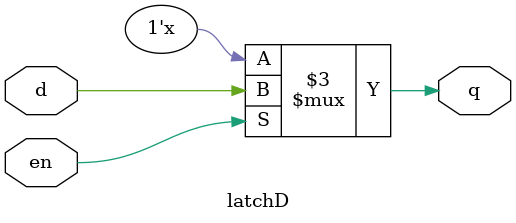
<source format=v>
module latchD(
    input d,
    input en,
    output reg q
);

always @* 
begin
    if(en)
        q = d;
end

endmodule
</source>
